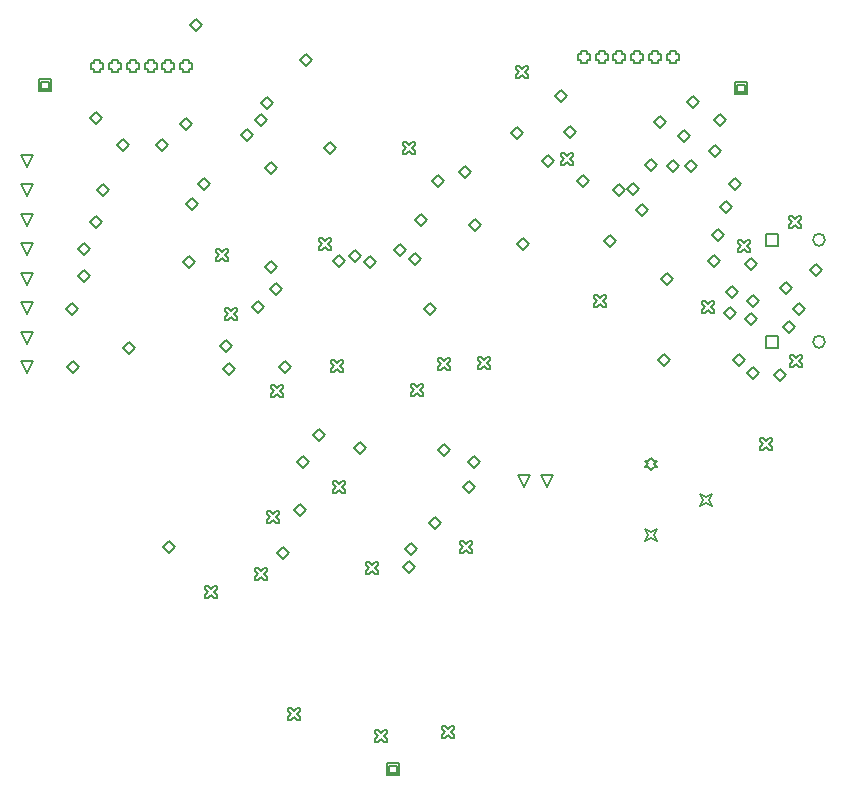
<source format=gbr>
%TF.GenerationSoftware,Altium Limited,Altium Designer,24.10.1 (45)*%
G04 Layer_Color=2752767*
%FSLAX45Y45*%
%MOMM*%
%TF.SameCoordinates,5161A517-D4F4-47BB-AA9F-3B40E8EE5112*%
%TF.FilePolarity,Positive*%
%TF.FileFunction,Drawing*%
%TF.Part,Single*%
G01*
G75*
%TA.AperFunction,NonConductor*%
%ADD101C,0.12700*%
%ADD102C,0.16933*%
D101*
X850900Y6070600D02*
Y6172200D01*
X952500D01*
Y6070600D01*
X850900D01*
X871220Y6090920D02*
Y6151880D01*
X932180D01*
Y6090920D01*
X871220D01*
X3797300Y279400D02*
Y381000D01*
X3898900D01*
Y279400D01*
X3797300D01*
X3817620Y299720D02*
Y360680D01*
X3878580D01*
Y299720D01*
X3817620D01*
X6743700Y6045200D02*
Y6146800D01*
X6845300D01*
Y6045200D01*
X6743700D01*
X6764020Y6065520D02*
Y6126480D01*
X6824980D01*
Y6065520D01*
X6764020D01*
X7004802Y3898702D02*
Y4000302D01*
X7106402D01*
Y3898702D01*
X7004802D01*
Y4762698D02*
Y4864298D01*
X7106402D01*
Y4762698D01*
X7004802D01*
X2070801Y6261100D02*
Y6235700D01*
X2121601D01*
Y6261100D01*
X2147001D01*
Y6311900D01*
X2121601D01*
Y6337300D01*
X2070801D01*
Y6311900D01*
X2045401D01*
Y6261100D01*
X2070801D01*
X1920804D02*
Y6235700D01*
X1971604D01*
Y6261100D01*
X1997004D01*
Y6311900D01*
X1971604D01*
Y6337300D01*
X1920804D01*
Y6311900D01*
X1895404D01*
Y6261100D01*
X1920804D01*
X1770802D02*
Y6235700D01*
X1821602D01*
Y6261100D01*
X1847002D01*
Y6311900D01*
X1821602D01*
Y6337300D01*
X1770802D01*
Y6311900D01*
X1745402D01*
Y6261100D01*
X1770802D01*
X1620799D02*
Y6235700D01*
X1671599D01*
Y6261100D01*
X1696999D01*
Y6311900D01*
X1671599D01*
Y6337300D01*
X1620799D01*
Y6311900D01*
X1595399D01*
Y6261100D01*
X1620799D01*
X1470802D02*
Y6235700D01*
X1521602D01*
Y6261100D01*
X1547002D01*
Y6311900D01*
X1521602D01*
Y6337300D01*
X1470802D01*
Y6311900D01*
X1445402D01*
Y6261100D01*
X1470802D01*
X1320800D02*
Y6235700D01*
X1371600D01*
Y6261100D01*
X1397000D01*
Y6311900D01*
X1371600D01*
Y6337300D01*
X1320800D01*
Y6311900D01*
X1295400D01*
Y6261100D01*
X1320800D01*
X749300Y5433004D02*
X698500Y5534604D01*
X800100D01*
X749300Y5433004D01*
Y5183002D02*
X698500Y5284602D01*
X800100D01*
X749300Y5183002D01*
Y4933000D02*
X698500Y5034600D01*
X800100D01*
X749300Y4933000D01*
Y4683003D02*
X698500Y4784603D01*
X800100D01*
X749300Y4683003D01*
Y4433001D02*
X698500Y4534601D01*
X800100D01*
X749300Y4433001D01*
Y4183004D02*
X698500Y4284604D01*
X800100D01*
X749300Y4183004D01*
Y3933002D02*
X698500Y4034602D01*
X800100D01*
X749300Y3933002D01*
Y3683000D02*
X698500Y3784600D01*
X800100D01*
X749300Y3683000D01*
X5156200Y2717800D02*
X5105400Y2819400D01*
X5207000D01*
X5156200Y2717800D01*
X4956200D02*
X4905400Y2819400D01*
X5007000D01*
X4956200Y2717800D01*
X6032500Y2860599D02*
X6057900Y2885999D01*
X6083300D01*
X6057900Y2911399D01*
X6083300Y2936799D01*
X6057900D01*
X6032500Y2962199D01*
X6007100Y2936799D01*
X5981700D01*
X6007100Y2911399D01*
X5981700Y2885999D01*
X6007100D01*
X6032500Y2860599D01*
X5981700Y2260600D02*
X6007100Y2311400D01*
X5981700Y2362200D01*
X6032500Y2336800D01*
X6083300Y2362200D01*
X6057900Y2311400D01*
X6083300Y2260600D01*
X6032500Y2286000D01*
X5981700Y2260600D01*
X6451702Y2560599D02*
X6477102Y2611399D01*
X6451702Y2662199D01*
X6502502Y2636799D01*
X6553302Y2662199D01*
X6527902Y2611399D01*
X6553302Y2560599D01*
X6502502Y2585999D01*
X6451702Y2560599D01*
X6190402Y6337300D02*
Y6311900D01*
X6241202D01*
Y6337300D01*
X6266602D01*
Y6388100D01*
X6241202D01*
Y6413500D01*
X6190402D01*
Y6388100D01*
X6165002D01*
Y6337300D01*
X6190402D01*
X6040404D02*
Y6311900D01*
X6091204D01*
Y6337300D01*
X6116604D01*
Y6388100D01*
X6091204D01*
Y6413500D01*
X6040404D01*
Y6388100D01*
X6015004D01*
Y6337300D01*
X6040404D01*
X5890402D02*
Y6311900D01*
X5941202D01*
Y6337300D01*
X5966602D01*
Y6388100D01*
X5941202D01*
Y6413500D01*
X5890402D01*
Y6388100D01*
X5865002D01*
Y6337300D01*
X5890402D01*
X5740400D02*
Y6311900D01*
X5791200D01*
Y6337300D01*
X5816600D01*
Y6388100D01*
X5791200D01*
Y6413500D01*
X5740400D01*
Y6388100D01*
X5715000D01*
Y6337300D01*
X5740400D01*
X5590403D02*
Y6311900D01*
X5641203D01*
Y6337300D01*
X5666603D01*
Y6388100D01*
X5641203D01*
Y6413500D01*
X5590403D01*
Y6388100D01*
X5565003D01*
Y6337300D01*
X5590403D01*
X5440401D02*
Y6311900D01*
X5491201D01*
Y6337300D01*
X5516601D01*
Y6388100D01*
X5491201D01*
Y6413500D01*
X5440401D01*
Y6388100D01*
X5415001D01*
Y6337300D01*
X5440401D01*
X7124700Y4406900D02*
X7175500Y4457700D01*
X7226300Y4406900D01*
X7175500Y4356100D01*
X7124700Y4406900D01*
X5295900Y5727700D02*
X5346700Y5778500D01*
X5397500Y5727700D01*
X5346700Y5676900D01*
X5295900Y5727700D01*
X5219700Y6032500D02*
X5270500Y6083300D01*
X5321300Y6032500D01*
X5270500Y5981700D01*
X5219700Y6032500D01*
X2819400Y3479800D02*
X2844800D01*
X2870200Y3505200D01*
X2895600Y3479800D01*
X2921000D01*
Y3505200D01*
X2895600Y3530600D01*
X2921000Y3556000D01*
Y3581400D01*
X2895600D01*
X2870200Y3556000D01*
X2844800Y3581400D01*
X2819400D01*
Y3556000D01*
X2844800Y3530600D01*
X2819400Y3505200D01*
Y3479800D01*
X2654300Y4241800D02*
X2705100Y4292600D01*
X2755900Y4241800D01*
X2705100Y4191000D01*
X2654300Y4241800D01*
X6060658Y5811151D02*
X6111458Y5861951D01*
X6162258Y5811151D01*
X6111458Y5760351D01*
X6060658Y5811151D01*
X5269525Y5449275D02*
X5294925D01*
X5320325Y5474675D01*
X5345725Y5449275D01*
X5371125D01*
Y5474675D01*
X5345725Y5500075D01*
X5371125Y5525475D01*
Y5550875D01*
X5345725D01*
X5320325Y5525475D01*
X5294925Y5550875D01*
X5269525D01*
Y5525475D01*
X5294925Y5500075D01*
X5269525Y5474675D01*
Y5449275D01*
X2781300Y2413000D02*
X2806700D01*
X2832100Y2438400D01*
X2857500Y2413000D01*
X2882900D01*
Y2438400D01*
X2857500Y2463800D01*
X2882900Y2489200D01*
Y2514600D01*
X2857500D01*
X2832100Y2489200D01*
X2806700Y2514600D01*
X2781300D01*
Y2489200D01*
X2806700Y2463800D01*
X2781300Y2438400D01*
Y2413000D01*
X3060700Y6337300D02*
X3111500Y6388100D01*
X3162300Y6337300D01*
X3111500Y6286500D01*
X3060700Y6337300D01*
X3606800Y4622800D02*
X3657600Y4673600D01*
X3708400Y4622800D01*
X3657600Y4572000D01*
X3606800Y4622800D01*
X3263900Y5588000D02*
X3314700Y5638800D01*
X3365500Y5588000D01*
X3314700Y5537200D01*
X3263900Y5588000D01*
X2730500Y5969000D02*
X2781300Y6019800D01*
X2832100Y5969000D01*
X2781300Y5918200D01*
X2730500Y5969000D01*
X5110576Y5476908D02*
X5161376Y5527708D01*
X5212176Y5476908D01*
X5161376Y5426108D01*
X5110576Y5476908D01*
X2882900Y3733800D02*
X2933700Y3784600D01*
X2984500Y3733800D01*
X2933700Y3683000D01*
X2882900Y3733800D01*
X2413000Y3721100D02*
X2463800Y3771900D01*
X2514600Y3721100D01*
X2463800Y3670300D01*
X2413000Y3721100D01*
X6616700Y5092700D02*
X6667500Y5143500D01*
X6718300Y5092700D01*
X6667500Y5041900D01*
X6616700Y5092700D01*
X6172200Y5435600D02*
X6223000Y5486400D01*
X6273800Y5435600D01*
X6223000Y5384800D01*
X6172200Y5435600D01*
X6692900Y5283200D02*
X6743700Y5334000D01*
X6794500Y5283200D01*
X6743700Y5232400D01*
X6692900Y5283200D01*
X6324600Y5435600D02*
X6375400Y5486400D01*
X6426200Y5435600D01*
X6375400Y5384800D01*
X6324600Y5435600D01*
X6527800Y5562600D02*
X6578600Y5613400D01*
X6629400Y5562600D01*
X6578600Y5511800D01*
X6527800Y5562600D01*
X6565900Y5829300D02*
X6616700Y5880100D01*
X6667500Y5829300D01*
X6616700Y5778500D01*
X6565900Y5829300D01*
X6261100Y5689600D02*
X6311900Y5740400D01*
X6362700Y5689600D01*
X6311900Y5638800D01*
X6261100Y5689600D01*
X5981700Y5448300D02*
X6032500Y5499100D01*
X6083300Y5448300D01*
X6032500Y5397500D01*
X5981700Y5448300D01*
X5905500Y5067300D02*
X5956300Y5118100D01*
X6007100Y5067300D01*
X5956300Y5016500D01*
X5905500Y5067300D01*
X6515100Y4635500D02*
X6565900Y4686300D01*
X6616700Y4635500D01*
X6565900Y4584700D01*
X6515100Y4635500D01*
X4902200Y4775200D02*
X4953000Y4826000D01*
X5003800Y4775200D01*
X4953000Y4724400D01*
X4902200Y4775200D01*
X4178300Y5308600D02*
X4229100Y5359400D01*
X4279900Y5308600D01*
X4229100Y5257800D01*
X4178300Y5308600D01*
X4406900Y5384800D02*
X4457700Y5435600D01*
X4508500Y5384800D01*
X4457700Y5334000D01*
X4406900Y5384800D01*
X4851400Y5715000D02*
X4902200Y5765800D01*
X4953000Y5715000D01*
X4902200Y5664200D01*
X4851400Y5715000D01*
X5713401Y5233999D02*
X5764201Y5284799D01*
X5815001Y5233999D01*
X5764201Y5183199D01*
X5713401Y5233999D01*
X4038600Y4978400D02*
X4089400Y5029200D01*
X4140200Y4978400D01*
X4089400Y4927600D01*
X4038600Y4978400D01*
X6654800Y4191000D02*
X6705600Y4241800D01*
X6756400Y4191000D01*
X6705600Y4140200D01*
X6654800Y4191000D01*
X2806700Y4394200D02*
X2857500Y4445000D01*
X2908300Y4394200D01*
X2857500Y4343400D01*
X2806700Y4394200D01*
X6121400Y4483100D02*
X6172200Y4533900D01*
X6223000Y4483100D01*
X6172200Y4432300D01*
X6121400Y4483100D01*
X6667500Y4368800D02*
X6718300Y4419600D01*
X6769100Y4368800D01*
X6718300Y4318000D01*
X6667500Y4368800D01*
X5410200Y5308600D02*
X5461000Y5359400D01*
X5511800Y5308600D01*
X5461000Y5257800D01*
X5410200Y5308600D01*
X6731000Y3797300D02*
X6781800Y3848100D01*
X6832600Y3797300D01*
X6781800Y3746500D01*
X6731000Y3797300D01*
X7150100Y4076700D02*
X7200900Y4127500D01*
X7251700Y4076700D01*
X7200900Y4025900D01*
X7150100Y4076700D01*
X3175000Y3162300D02*
X3225800Y3213100D01*
X3276600Y3162300D01*
X3225800Y3111500D01*
X3175000Y3162300D01*
X6553200Y4851400D02*
X6604000Y4902200D01*
X6654800Y4851400D01*
X6604000Y4800600D01*
X6553200Y4851400D01*
X5638800Y4800600D02*
X5689600Y4851400D01*
X5740400Y4800600D01*
X5689600Y4749800D01*
X5638800Y4800600D01*
X4495800Y4940300D02*
X4546600Y4991100D01*
X4597400Y4940300D01*
X4546600Y4889500D01*
X4495800Y4940300D01*
X5829300Y5245100D02*
X5880100Y5295900D01*
X5930900Y5245100D01*
X5880100Y5194300D01*
X5829300Y5245100D01*
X3987800Y4648200D02*
X4038600Y4699000D01*
X4089400Y4648200D01*
X4038600Y4597400D01*
X3987800Y4648200D01*
X4419600Y2159000D02*
X4445000D01*
X4470400Y2184400D01*
X4495800Y2159000D01*
X4521200D01*
Y2184400D01*
X4495800Y2209800D01*
X4521200Y2235200D01*
Y2260600D01*
X4495800D01*
X4470400Y2235200D01*
X4445000Y2260600D01*
X4419600D01*
Y2235200D01*
X4445000Y2209800D01*
X4419600Y2184400D01*
Y2159000D01*
X3224451Y4723051D02*
X3249851D01*
X3275251Y4748451D01*
X3300651Y4723051D01*
X3326051D01*
Y4748451D01*
X3300651Y4773851D01*
X3326051Y4799251D01*
Y4824651D01*
X3300651D01*
X3275251Y4799251D01*
X3249851Y4824651D01*
X3224451D01*
Y4799251D01*
X3249851Y4773851D01*
X3224451Y4748451D01*
Y4723051D01*
X3937000Y2044700D02*
X3987800Y2095500D01*
X4038600Y2044700D01*
X3987800Y1993900D01*
X3937000Y2044700D01*
X7378700Y4559300D02*
X7429500Y4610100D01*
X7480300Y4559300D01*
X7429500Y4508500D01*
X7378700Y4559300D01*
X6832600Y4610100D02*
X6883400Y4660900D01*
X6934200Y4610100D01*
X6883400Y4559300D01*
X6832600Y4610100D01*
X7239000Y4229100D02*
X7289800Y4279900D01*
X7340600Y4229100D01*
X7289800Y4178300D01*
X7239000Y4229100D01*
X7073900Y3670300D02*
X7124700Y3721100D01*
X7175500Y3670300D01*
X7124700Y3619500D01*
X7073900Y3670300D01*
X3035300Y2933700D02*
X3086100Y2984500D01*
X3136900Y2933700D01*
X3086100Y2882900D01*
X3035300Y2933700D01*
X2870200Y2159000D02*
X2921000Y2209800D01*
X2971800Y2159000D01*
X2921000Y2108200D01*
X2870200Y2159000D01*
X3009900Y2527300D02*
X3060700Y2578100D01*
X3111500Y2527300D01*
X3060700Y2476500D01*
X3009900Y2527300D01*
X2565400Y5702300D02*
X2616200Y5753100D01*
X2667000Y5702300D01*
X2616200Y5651500D01*
X2565400Y5702300D01*
X2070100Y4622800D02*
X2120900Y4673600D01*
X2171700Y4622800D01*
X2120900Y4572000D01*
X2070100Y4622800D01*
X2768600Y5422900D02*
X2819400Y5473700D01*
X2870200Y5422900D01*
X2819400Y5372100D01*
X2768600Y5422900D01*
Y4584700D02*
X2819400Y4635500D01*
X2870200Y4584700D01*
X2819400Y4533900D01*
X2768600Y4584700D01*
X6959600Y3035300D02*
X6985000D01*
X7010400Y3060700D01*
X7035800Y3035300D01*
X7061200D01*
Y3060700D01*
X7035800Y3086100D01*
X7061200Y3111500D01*
Y3136900D01*
X7035800D01*
X7010400Y3111500D01*
X6985000Y3136900D01*
X6959600D01*
Y3111500D01*
X6985000Y3086100D01*
X6959600Y3060700D01*
Y3035300D01*
X3327400Y3695700D02*
X3352800D01*
X3378200Y3721100D01*
X3403600Y3695700D01*
X3429000D01*
Y3721100D01*
X3403600Y3746500D01*
X3429000Y3771900D01*
Y3797300D01*
X3403600D01*
X3378200Y3771900D01*
X3352800Y3797300D01*
X3327400D01*
Y3771900D01*
X3352800Y3746500D01*
X3327400Y3721100D01*
Y3695700D01*
X6844580Y4293509D02*
X6895380Y4344309D01*
X6946180Y4293509D01*
X6895380Y4242709D01*
X6844580Y4293509D01*
X6832600Y4140200D02*
X6883400Y4191000D01*
X6934200Y4140200D01*
X6883400Y4089400D01*
X6832600Y4140200D01*
X6845300Y3683000D02*
X6896100Y3733800D01*
X6946900Y3683000D01*
X6896100Y3632200D01*
X6845300Y3683000D01*
X3619500Y1981200D02*
X3644900D01*
X3670300Y2006600D01*
X3695700Y1981200D01*
X3721100D01*
Y2006600D01*
X3695700Y2032000D01*
X3721100Y2057400D01*
Y2082800D01*
X3695700D01*
X3670300Y2057400D01*
X3644900Y2082800D01*
X3619500D01*
Y2057400D01*
X3644900Y2032000D01*
X3619500Y2006600D01*
Y1981200D01*
X5549900Y4241800D02*
X5575300D01*
X5600700Y4267200D01*
X5626100Y4241800D01*
X5651500D01*
Y4267200D01*
X5626100Y4292600D01*
X5651500Y4318000D01*
Y4343400D01*
X5626100D01*
X5600700Y4318000D01*
X5575300Y4343400D01*
X5549900D01*
Y4318000D01*
X5575300Y4292600D01*
X5549900Y4267200D01*
Y4241800D01*
X3949700Y2197100D02*
X4000500Y2247900D01*
X4051300Y2197100D01*
X4000500Y2146300D01*
X3949700Y2197100D01*
X1905000Y2209800D02*
X1955800Y2260600D01*
X2006600Y2209800D01*
X1955800Y2159000D01*
X1905000Y2209800D01*
X3340100Y4635500D02*
X3390900Y4686300D01*
X3441700Y4635500D01*
X3390900Y4584700D01*
X3340100Y4635500D01*
X1181100Y4508500D02*
X1231900Y4559300D01*
X1282700Y4508500D01*
X1231900Y4457700D01*
X1181100Y4508500D01*
X4229100Y3035300D02*
X4279900Y3086100D01*
X4330700Y3035300D01*
X4279900Y2984500D01*
X4229100Y3035300D01*
X3517900Y3048000D02*
X3568700Y3098800D01*
X3619500Y3048000D01*
X3568700Y2997200D01*
X3517900Y3048000D01*
X4445000Y2717800D02*
X4495800Y2768600D01*
X4546600Y2717800D01*
X4495800Y2667000D01*
X4445000Y2717800D01*
X4152900Y2413000D02*
X4203700Y2463800D01*
X4254500Y2413000D01*
X4203700Y2362200D01*
X4152900Y2413000D01*
X6096000Y3797300D02*
X6146800Y3848100D01*
X6197600Y3797300D01*
X6146800Y3746500D01*
X6096000Y3797300D01*
X4483100Y2933700D02*
X4533900Y2984500D01*
X4584700Y2933700D01*
X4533900Y2882900D01*
X4483100Y2933700D01*
X4889500Y6184900D02*
X4914900D01*
X4940300Y6210300D01*
X4965700Y6184900D01*
X4991100D01*
Y6210300D01*
X4965700Y6235700D01*
X4991100Y6261100D01*
Y6286500D01*
X4965700D01*
X4940300Y6261100D01*
X4914900Y6286500D01*
X4889500D01*
Y6261100D01*
X4914900Y6235700D01*
X4889500Y6210300D01*
Y6184900D01*
X1282700Y5842000D02*
X1333500Y5892800D01*
X1384300Y5842000D01*
X1333500Y5791200D01*
X1282700Y5842000D01*
X3860800Y4724400D02*
X3911600Y4775200D01*
X3962400Y4724400D01*
X3911600Y4673600D01*
X3860800Y4724400D01*
X3936401Y5537799D02*
X3961801D01*
X3987201Y5563199D01*
X4012601Y5537799D01*
X4038001D01*
Y5563199D01*
X4012601Y5588599D01*
X4038001Y5613999D01*
Y5639399D01*
X4012601D01*
X3987201Y5613999D01*
X3961801Y5639399D01*
X3936401D01*
Y5613999D01*
X3961801Y5588599D01*
X3936401Y5563199D01*
Y5537799D01*
X2133600Y6629400D02*
X2184400Y6680200D01*
X2235200Y6629400D01*
X2184400Y6578600D01*
X2133600Y6629400D01*
X3479800Y4673600D02*
X3530600Y4724400D01*
X3581400Y4673600D01*
X3530600Y4622800D01*
X3479800Y4673600D01*
X2428900Y4130700D02*
X2454300D01*
X2479700Y4156100D01*
X2505100Y4130700D01*
X2530500D01*
Y4156100D01*
X2505100Y4181500D01*
X2530500Y4206900D01*
Y4232300D01*
X2505100D01*
X2479700Y4206900D01*
X2454300Y4232300D01*
X2428900D01*
Y4206900D01*
X2454300Y4181500D01*
X2428900Y4156100D01*
Y4130700D01*
X2679700Y5829300D02*
X2730500Y5880100D01*
X2781300Y5829300D01*
X2730500Y5778500D01*
X2679700Y5829300D01*
X2095500Y5118100D02*
X2146300Y5168900D01*
X2197100Y5118100D01*
X2146300Y5067300D01*
X2095500Y5118100D01*
X2387600Y3911600D02*
X2438400Y3962400D01*
X2489200Y3911600D01*
X2438400Y3860800D01*
X2387600Y3911600D01*
X1562100Y3898900D02*
X1612900Y3949700D01*
X1663700Y3898900D01*
X1612900Y3848100D01*
X1562100Y3898900D01*
X1346200Y5232400D02*
X1397000Y5283200D01*
X1447800Y5232400D01*
X1397000Y5181600D01*
X1346200Y5232400D01*
X1079500Y4229100D02*
X1130300Y4279900D01*
X1181100Y4229100D01*
X1130300Y4178300D01*
X1079500Y4229100D01*
X4114800D02*
X4165600Y4279900D01*
X4216400Y4229100D01*
X4165600Y4178300D01*
X4114800Y4229100D01*
X1181100Y4737100D02*
X1231900Y4787900D01*
X1282700Y4737100D01*
X1231900Y4686300D01*
X1181100Y4737100D01*
X1282700Y4965700D02*
X1333500Y5016500D01*
X1384300Y4965700D01*
X1333500Y4914900D01*
X1282700Y4965700D01*
X2197100Y5283200D02*
X2247900Y5334000D01*
X2298700Y5283200D01*
X2247900Y5232400D01*
X2197100Y5283200D01*
X1841500Y5613400D02*
X1892300Y5664200D01*
X1943100Y5613400D01*
X1892300Y5562600D01*
X1841500Y5613400D01*
X1511300D02*
X1562100Y5664200D01*
X1612900Y5613400D01*
X1562100Y5562600D01*
X1511300Y5613400D01*
X6337300Y5981700D02*
X6388100Y6032500D01*
X6438900Y5981700D01*
X6388100Y5930900D01*
X6337300Y5981700D01*
X6769100Y4711700D02*
X6794500D01*
X6819900Y4737100D01*
X6845300Y4711700D01*
X6870700D01*
Y4737100D01*
X6845300Y4762500D01*
X6870700Y4787900D01*
Y4813300D01*
X6845300D01*
X6819900Y4787900D01*
X6794500Y4813300D01*
X6769100D01*
Y4787900D01*
X6794500Y4762500D01*
X6769100Y4737100D01*
Y4711700D01*
X7200900Y4914900D02*
X7226300D01*
X7251700Y4940300D01*
X7277100Y4914900D01*
X7302500D01*
Y4940300D01*
X7277100Y4965700D01*
X7302500Y4991100D01*
Y5016500D01*
X7277100D01*
X7251700Y4991100D01*
X7226300Y5016500D01*
X7200900D01*
Y4991100D01*
X7226300Y4965700D01*
X7200900Y4940300D01*
Y4914900D01*
X7213600Y3733800D02*
X7239000D01*
X7264400Y3759200D01*
X7289800Y3733800D01*
X7315200D01*
Y3759200D01*
X7289800Y3784600D01*
X7315200Y3810000D01*
Y3835400D01*
X7289800D01*
X7264400Y3810000D01*
X7239000Y3835400D01*
X7213600D01*
Y3810000D01*
X7239000Y3784600D01*
X7213600Y3759200D01*
Y3733800D01*
X6464300Y4191000D02*
X6489700D01*
X6515100Y4216400D01*
X6540500Y4191000D01*
X6565900D01*
Y4216400D01*
X6540500Y4241800D01*
X6565900Y4267200D01*
Y4292600D01*
X6540500D01*
X6515100Y4267200D01*
X6489700Y4292600D01*
X6464300D01*
Y4267200D01*
X6489700Y4241800D01*
X6464300Y4216400D01*
Y4191000D01*
X1092200Y3733800D02*
X1143000Y3784600D01*
X1193800Y3733800D01*
X1143000Y3683000D01*
X1092200Y3733800D01*
X2349500Y4635500D02*
X2374900D01*
X2400300Y4660900D01*
X2425700Y4635500D01*
X2451100D01*
Y4660900D01*
X2425700Y4686300D01*
X2451100Y4711700D01*
Y4737100D01*
X2425700D01*
X2400300Y4711700D01*
X2374900Y4737100D01*
X2349500D01*
Y4711700D01*
X2374900Y4686300D01*
X2349500Y4660900D01*
Y4635500D01*
X4000500Y3492500D02*
X4025900D01*
X4051300Y3517900D01*
X4076700Y3492500D01*
X4102100D01*
Y3517900D01*
X4076700Y3543300D01*
X4102100Y3568700D01*
Y3594100D01*
X4076700D01*
X4051300Y3568700D01*
X4025900Y3594100D01*
X4000500D01*
Y3568700D01*
X4025900Y3543300D01*
X4000500Y3517900D01*
Y3492500D01*
X4572000Y3721100D02*
X4597400D01*
X4622800Y3746500D01*
X4648200Y3721100D01*
X4673600D01*
Y3746500D01*
X4648200Y3771900D01*
X4673600Y3797300D01*
Y3822700D01*
X4648200D01*
X4622800Y3797300D01*
X4597400Y3822700D01*
X4572000D01*
Y3797300D01*
X4597400Y3771900D01*
X4572000Y3746500D01*
Y3721100D01*
X4229100Y3708400D02*
X4254500D01*
X4279900Y3733800D01*
X4305300Y3708400D01*
X4330700D01*
Y3733800D01*
X4305300Y3759200D01*
X4330700Y3784600D01*
Y3810000D01*
X4305300D01*
X4279900Y3784600D01*
X4254500Y3810000D01*
X4229100D01*
Y3784600D01*
X4254500Y3759200D01*
X4229100Y3733800D01*
Y3708400D01*
X3695700Y558800D02*
X3721100D01*
X3746500Y584200D01*
X3771900Y558800D01*
X3797300D01*
Y584200D01*
X3771900Y609600D01*
X3797300Y635000D01*
Y660400D01*
X3771900D01*
X3746500Y635000D01*
X3721100Y660400D01*
X3695700D01*
Y635000D01*
X3721100Y609600D01*
X3695700Y584200D01*
Y558800D01*
X3340100Y2667000D02*
X3365500D01*
X3390900Y2692400D01*
X3416300Y2667000D01*
X3441700D01*
Y2692400D01*
X3416300Y2717800D01*
X3441700Y2743200D01*
Y2768600D01*
X3416300D01*
X3390900Y2743200D01*
X3365500Y2768600D01*
X3340100D01*
Y2743200D01*
X3365500Y2717800D01*
X3340100Y2692400D01*
Y2667000D01*
X2044700Y5791200D02*
X2095500Y5842000D01*
X2146300Y5791200D01*
X2095500Y5740400D01*
X2044700Y5791200D01*
X4267200Y596900D02*
X4292600D01*
X4318000Y622300D01*
X4343400Y596900D01*
X4368800D01*
Y622300D01*
X4343400Y647700D01*
X4368800Y673100D01*
Y698500D01*
X4343400D01*
X4318000Y673100D01*
X4292600Y698500D01*
X4267200D01*
Y673100D01*
X4292600Y647700D01*
X4267200Y622300D01*
Y596900D01*
X2959100Y749300D02*
X2984500D01*
X3009900Y774700D01*
X3035300Y749300D01*
X3060700D01*
Y774700D01*
X3035300Y800100D01*
X3060700Y825500D01*
Y850900D01*
X3035300D01*
X3009900Y825500D01*
X2984500Y850900D01*
X2959100D01*
Y825500D01*
X2984500Y800100D01*
X2959100Y774700D01*
Y749300D01*
X2260600Y1778000D02*
X2286000D01*
X2311400Y1803400D01*
X2336800Y1778000D01*
X2362200D01*
Y1803400D01*
X2336800Y1828800D01*
X2362200Y1854200D01*
Y1879600D01*
X2336800D01*
X2311400Y1854200D01*
X2286000Y1879600D01*
X2260600D01*
Y1854200D01*
X2286000Y1828800D01*
X2260600Y1803400D01*
Y1778000D01*
X2679700Y1930400D02*
X2705100D01*
X2730500Y1955800D01*
X2755900Y1930400D01*
X2781300D01*
Y1955800D01*
X2755900Y1981200D01*
X2781300Y2006600D01*
Y2032000D01*
X2755900D01*
X2730500Y2006600D01*
X2705100Y2032000D01*
X2679700D01*
Y2006600D01*
X2705100Y1981200D01*
X2679700Y1955800D01*
Y1930400D01*
D102*
X7506401Y3949502D02*
G03*
X7506401Y3949502I-50800J0D01*
G01*
Y4813498D02*
G03*
X7506401Y4813498I-50800J0D01*
G01*
%TF.MD5,381d1e9ae88ff236e81ed0aa567a60af*%
M02*

</source>
